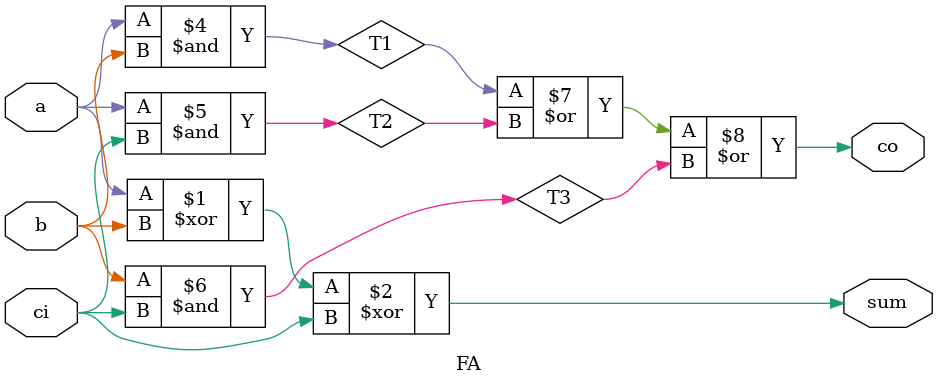
<source format=v>
`include "common.vh"
module MULT(a,b,result);
//accurate multiplier using Wallace Tree
//6-bit multiplier
//unsigned
parameter n=6;

input  wire  [n-1:0]     a;
input  wire  [n-1:0]     b;
output  wire [2*n-1:0]   result;

wire [n-1:0] p [0:n-1];//partial_product
genvar i,j;
generate
    for (i=0; i<n; i=i+1)
    begin:iloop
	  for (j=0; j<n; j=j+1) 
	    begin:jloop
          assign p[i][j] = a[i] & b[j];
        end
    end
endgenerate

//ha_column_step
//fa_column_step
wire [33:0] s,c;
//step 1
HA ha_11   ( .a(p[1][0]), .b( p[0][1]), .sum(s[0]), .co(c[0]) ); 
HA ha_61   ( .a(p[2][4]), .b( p[1][5]), .sum(s[5]), .co(c[5]) ); 

FA fa_21   ( .a(p[2][0]), .b( p[1][1]), .ci( p[0][2] ), .sum(s[1]), .co(c[1]) );
FA fa_31   ( .a(p[2][1]), .b( p[1][2]), .ci( p[0][3] ), .sum(s[2]), .co(c[2]) );
FA fa_41   ( .a(p[2][2]), .b( p[1][3]), .ci( p[0][4] ), .sum(s[3]), .co(c[3]) );
FA fa_51   ( .a(p[2][3]), .b( p[1][4]), .ci( p[0][5] ), .sum(s[4]), .co(c[4]) );

HA ha_41   ( .a(p[4][0]), .b( p[3][1]), .sum(s[6]), .co(c[6]) ); 
HA ha_91   ( .a(p[5][4]), .b( p[4][5]), .sum(s[11]), .co(c[11]) ); 

FA fa_51_1 ( .a(p[5][0]), .b( p[4][1]), .ci( p[3][2] ), .sum(s[7]), .co(c[7]) );
FA fa_61   ( .a(p[5][1]), .b( p[4][2]), .ci( p[3][3] ), .sum(s[8]), .co(c[8]) );
FA fa_71   ( .a(p[5][2]), .b( p[4][3]), .ci( p[3][4] ), .sum(s[9]), .co(c[9]) );
FA fa_81   ( .a(p[5][3]), .b( p[4][4]), .ci( p[3][5] ), .sum(s[10]), .co(c[10]) );

//step 2
HA ha_22   ( .a(c[0]), .b( s[1]), .sum(s[12]), .co(c[12]) ); 

FA fa_32   ( .a(p[3][0]), .b( c[1]), .ci( s[2] ), .sum(s[13]), .co(c[13]) );
FA fa_42   ( .a(s[6]), .b( c[2]), .ci( s[3] ), .sum(s[14]), .co(c[14]) );
FA fa_52   ( .a(s[7]), .b( c[3]), .ci( s[4] ), .sum(s[15]), .co(c[15]) );
FA fa_62   ( .a(s[8]), .b( c[4]), .ci( s[5] ), .sum(s[16]), .co(c[16]) );
FA fa_72   ( .a(s[9]), .b( c[5]), .ci( p[2][5] ), .sum(s[17]), .co(c[17]) );

//step 3
HA ha_33   ( .a(c[12]), .b( s[13]), .sum(s[18]), .co(c[18]) ); 
HA ha_43   ( .a(c[13]), .b( s[14]), .sum(s[19]), .co(c[19]) ); 
HA ha_93   ( .a(c[10]), .b( s[11]), .sum(s[24]), .co(c[24]) ); 
HA ha_103  ( .a(c[11]), .b( p[5][5]), .sum(s[25]), .co(c[25]) ); 

FA fa_53   ( .a(c[6]), .b( c[14]), .ci( s[15] ), .sum(s[20]), .co(c[20]) );
FA fa_63   ( .a(c[7]), .b( c[15]), .ci( s[16] ), .sum(s[21]), .co(c[21]) );
FA fa_73   ( .a(c[8]), .b( c[16]), .ci( s[17] ), .sum(s[22]), .co(c[22]) );
FA fa_83   ( .a(c[9]), .b( c[17]), .ci( s[10] ), .sum(s[23]), .co(c[23]) );

//step 4
HA ha_44   ( .a(c[18]), .b( s[19]), .sum(s[26]), .co(c[26]) ); 

FA fa_54   ( .a(c[26]), .b( c[19]), .ci( s[20] ), .sum(s[27]), .co(c[27]) );
FA fa_64   ( .a(c[27]), .b( c[20]), .ci( s[21] ), .sum(s[28]), .co(c[28]) );
FA fa_74   ( .a(c[28]), .b( c[21]), .ci( s[22] ), .sum(s[29]), .co(c[29]) );
FA fa_84   ( .a(c[29]), .b( c[22]), .ci( s[23] ), .sum(s[30]), .co(c[30]) );
FA fa_94   ( .a(c[30]), .b( c[23]), .ci( s[24] ), .sum(s[31]), .co(c[31]) );
FA fa_104  ( .a(c[31]), .b( c[24]), .ci( s[25] ), .sum(s[32]), .co(c[32]) );

HA ha_113  ( .a(c[32]), .b( c[25]), .sum(s[33]), .co(c[33]) ); 

//final result
assign result={s[33],s[32],s[31],s[30],s[29],s[28],s[27],s[26],s[18],s[12],s[0],p[0][0]};

endmodule
//-----------------------------------------
module HA(a,b,sum,co);
//Half Adder
input a,b;
output sum,co;

assign sum = a^b;
assign co = a&b;

endmodule

//--------------------------------------------
module FA(a,b,ci,sum,co);
//Full Adder
input a,b,ci;
output sum,co;
reg T1,T2,T3,co;

assign sum=a^b^ci;

always @(a or b or ci)
  begin
    T1 = a&b;
	T2 = a&ci;
	T3 = b&ci;
	co = T1|T2|T3;
  end

endmodule

</source>
